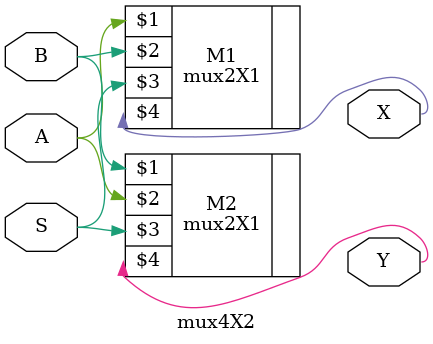
<source format=v>
`timescale 1ns / 1ns
module mux4X2(A,B,S,X,Y);
	input A,B,S;
	output X,Y;

	mux2X1 M1(A,B,S,X);
	mux2X1 M2(B,A,S,Y);

endmodule

</source>
